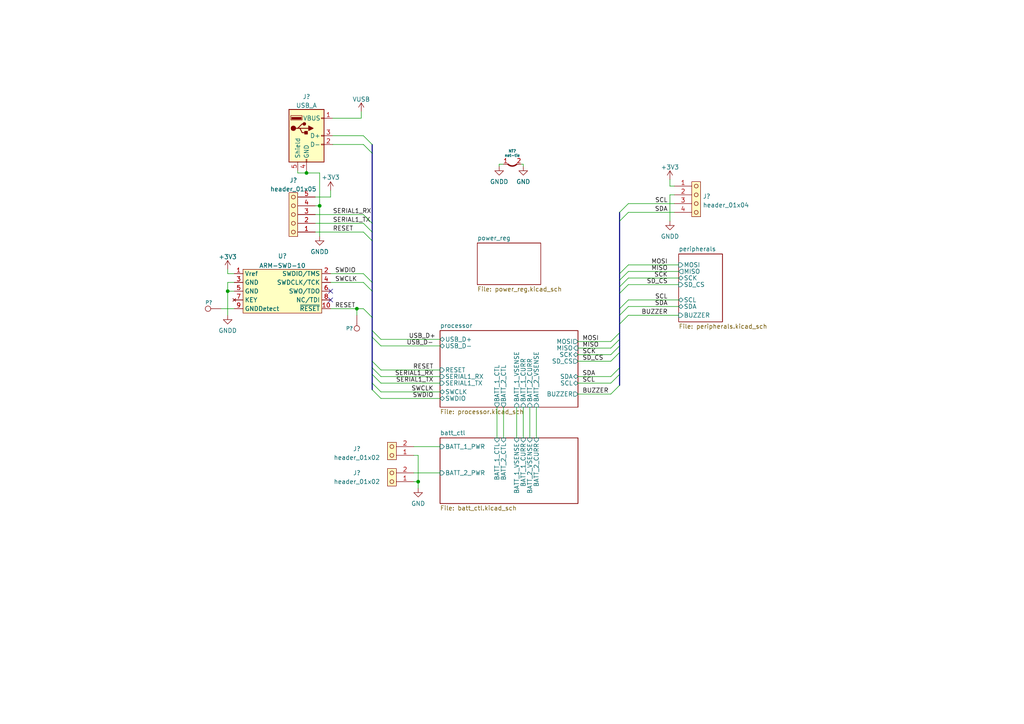
<source format=kicad_sch>
(kicad_sch (version 20211123) (generator eeschema)
  (paper "A4")
  (title_block (title "Onyx Unified Power Control Board") (date "2023-01-11") (rev "1.0") (company "Team Inspiration "))
  (lib_symbols
    (symbol "0.power-symbols:+3.3V" (power) (pin_names (offset 0))
      (property "Value" "+3.3V" (at 0 3.556 0))
      (symbol "+3.3V_0_1"
        (polyline (pts (xy -0.762 1.27) (xy 0 2.54)))
        (polyline (pts (xy 0 0) (xy 0 2.54)))
        (polyline (pts (xy 0 2.54) (xy 0.762 1.27)))
      )
      (symbol "+3.3V_1_1"
        (pin power_in line (at 0 0 90) (length 0) hide (name "+3V3") (number "1"))
      )
    )
    (symbol "0.power-symbols:GND" (power) (pin_names (offset 0))
      (property "Value" "GND" (at 0 -3.81 0))
      (symbol "GND_0_1"
        (polyline (pts (xy 0 0) (xy 0 -1.27) (xy 1.27 -1.27) (xy 0 -2.54) (xy -1.27 -1.27) (xy 0 -1.27)))
      )
      (symbol "GND_1_1"
        (pin power_in line (at 0 0 270) (length 0) hide (name "GND") (number "1"))
      )
    )
    (symbol "0.power-symbols:GNDD" (power) (pin_names (offset 0))
      (property "Value" "GNDD" (at 0 -3.81 0))
      (symbol "GNDD_0_1"
        (polyline (pts (xy 0 0) (xy 0 -1.27) (xy 1.27 -1.27) (xy 0 -2.54) (xy -1.27 -1.27) (xy 0 -1.27)))
      )
      (symbol "GNDD_1_1"
        (pin power_in line (at 0 0 270) (length 0) hide (name "GNDD") (number "1"))
      )
    )
    (symbol "0.power-symbols:VUSB" (power) (pin_names (offset 0))
      (property "Value" "VUSB" (at 0 3.556 0))
      (symbol "VUSB_0_1"
        (polyline (pts (xy -0.762 1.27) (xy 0 2.54)))
        (polyline (pts (xy 0 0) (xy 0 2.54)))
        (polyline (pts (xy 0 2.54) (xy 0.762 1.27)))
      )
      (symbol "VUSB_1_1"
        (pin power_in line (at 0 0 90) (length 0) hide (name "VUSB") (number "1"))
      )
    )
    (symbol "0.power-symbols:net-tie" (pin_names (offset 1.016))
      (property "Reference" "NT" (at 0 0 0))
      (property "Value" "net-tie" (at 0 0 0))
      (symbol "net-tie_0_1"
        (arc (start -1.27 -1.27) (mid 0 -1.7961) (end 1.27 -1.27) (stroke (width 0.4064)))
      )
      (symbol "net-tie_1_1"
        (pin passive line (at -2.54 -1.27 0) (length 1.2446) (name "~") (number "1"))
        (pin passive line (at 2.54 -1.27 180) (length 1.2446) (name "~") (number "2"))
      )
    )
    (symbol "5.connector.interconnect.usb_dvi_hdmi:ARM-SWD-10"
      (property "Reference" "U" (at -11.43 3.81 0))
      (property "Value" "ARM-SWD-10" (at -11.43 1.27 0))
      (symbol "ARM-SWD-10_0_1"
        (rectangle (start -11.43 0) (end 11.43 -12.7) (fill (type background)))
      )
      (symbol "ARM-SWD-10_1_1"
        (pin power_in line (at -13.97 -1.27 0) (length 2.54) (name "Vref") (number "1"))
        (pin open_collector line (at 13.97 -11.43 180) (length 2.54) (name "~{RESET}") (number "10"))
        (pin bidirectional line (at 13.97 -1.27 180) (length 2.54) (name "SWDIO/TMS") (number "2"))
        (pin power_in line (at -13.97 -3.81 0) (length 2.54) (name "GND") (number "3"))
        (pin output line (at 13.97 -3.81 180) (length 2.54) (name "SWDCLK/TCK") (number "4"))
        (pin passive line (at -13.97 -6.35 0) (length 2.54) (name "GND") (number "5"))
        (pin input line (at 13.97 -6.35 180) (length 2.54) (name "SWO/TDO") (number "6"))
        (pin no_connect line (at -13.97 -8.89 0) (length 2.54) (name "KEY") (number "7"))
        (pin output line (at 13.97 -8.89 180) (length 2.54) (name "NC/TDI") (number "8"))
        (pin passive line (at -13.97 -11.43 0) (length 2.54) (name "GNDDetect") (number "9"))
      )
    )
    (symbol "5.connector.interconnect.usb_dvi_hdmi:USB_A" (pin_names (offset 1.016))
      (property "Reference" "J" (at -5.08 11.43 0))
      (property "Value" "USB_A" (at -5.08 8.89 0))
      (symbol "USB_A_0_1"
        (rectangle (start -5.08 -7.62) (end 5.08 7.62) (stroke (width 0.254)) (fill (type background)))
        (circle (center -3.81 2.159) (radius 0.635) (stroke (width 0.254)) (fill (type outline)))
        (rectangle (start -1.524 4.826) (end -4.318 5.334) (fill (type outline)))
        (rectangle (start -1.27 4.572) (end -4.572 5.842))
        (circle (center -0.635 3.429) (radius 0.381) (stroke (width 0.254)) (fill (type outline)))
        (rectangle (start -0.127 -7.62) (end 0.127 -6.858))
        (polyline (pts (xy -3.175 2.159) (xy -2.54 2.159) (xy -1.27 3.429) (xy -0.635 3.429)) (stroke (width 0.254)))
        (polyline (pts (xy -2.54 2.159) (xy -1.905 2.159) (xy -1.27 0.889) (xy 0 0.889)) (stroke (width 0.254)))
        (polyline (pts (xy 0.635 2.794) (xy 0.635 1.524) (xy 1.905 2.159) (xy 0.635 2.794)) (stroke (width 0.254)) (fill (type outline)))
        (rectangle (start 0.254 1.27) (end -0.508 0.508) (stroke (width 0.254)) (fill (type outline)))
        (rectangle (start 5.08 -2.667) (end 4.318 -2.413))
        (rectangle (start 5.08 -0.127) (end 4.318 0.127))
        (rectangle (start 5.08 4.953) (end 4.318 5.207))
      )
      (symbol "USB_A_1_1"
        (polyline (pts (xy -1.905 2.159) (xy 0.635 2.159)) (stroke (width 0.254)))
        (pin power_in line (at 7.62 5.08 180) (length 2.54) (name "VBUS") (number "1"))
        (pin passive line (at 7.62 -2.54 180) (length 2.54) (name "D-") (number "2"))
        (pin passive line (at 7.62 0 180) (length 2.54) (name "D+") (number "3"))
        (pin power_in line (at 0 -10.16 90) (length 2.54) (name "GND") (number "4"))
        (pin passive line (at -2.54 -10.16 90) (length 2.54) (name "Shield") (number "5"))
      )
    )
    (symbol "5.connector.interconnect:CONN_1" (pin_numbers hide) (pin_names (offset 0.762) hide)
      (property "Reference" "P" (at 2.032 0 0))
      (symbol "CONN_1_0_1"
        (polyline (pts (xy -0.762 0) (xy -1.27 0)))
        (circle (center 0 0) (radius 0.7874))
      )
      (symbol "CONN_1_1_1"
        (pin passive line (at -3.81 0 0) (length 2.54) (name "1") (number "1"))
      )
    )
    (symbol "5.connector.interconnect:header_01x02" (pin_names (offset 1.016))
      (property "Reference" "J" (at 0 5.08 0))
      (property "Value" "header_01x02" (at 0 -2.54 0))
      (symbol "header_01x02_0_1"
        (circle (center 0 0) (radius 0.5588))
        (circle (center 0 2.54) (radius 0.5588))
        (rectangle (start 1.27 -1.27) (end -1.27 3.81) (fill (type background)))
      )
      (symbol "header_01x02_1_1"
        (pin passive line (at -6.35 2.54 0) (length 5.08) (name "~") (number "1"))
        (pin passive line (at -6.35 0 0) (length 5.08) (name "~") (number "2"))
      )
    )
    (symbol "5.connector.interconnect:header_01x04" (pin_names (offset 1.016))
      (property "Reference" "J" (at 0 6.35 0))
      (property "Value" "header_01x04" (at 0 -6.35 0))
      (symbol "header_01x04_0_1"
        (circle (center 0 -3.81) (radius 0.5588))
        (circle (center 0 -1.27) (radius 0.5588))
        (circle (center 0 1.27) (radius 0.5588))
        (circle (center 0 3.81) (radius 0.5588))
        (rectangle (start 1.27 -5.08) (end -1.27 5.08) (fill (type background)))
      )
      (symbol "header_01x04_1_1"
        (pin passive line (at -6.35 3.81 0) (length 5.08) (name "~") (number "1"))
        (pin passive line (at -6.35 1.27 0) (length 5.08) (name "~") (number "2"))
        (pin passive line (at -6.35 -1.27 0) (length 5.08) (name "~") (number "3"))
        (pin passive line (at -6.35 -3.81 0) (length 5.08) (name "~") (number "4"))
      )
    )
    (symbol "5.connector.interconnect:header_01x05" (pin_names (offset 1.016))
      (property "Reference" "J" (at 0 7.62 0))
      (property "Value" "header_01x05" (at 0 -7.62 0))
      (symbol "header_01x05_0_1"
        (circle (center 0 -5.08) (radius 0.5588))
        (circle (center 0 -2.54) (radius 0.5588))
        (circle (center 0 0) (radius 0.5588))
        (circle (center 0 2.54) (radius 0.5588))
        (circle (center 0 5.08) (radius 0.5588))
        (rectangle (start 1.27 -6.35) (end -1.27 6.35) (fill (type background)))
      )
      (symbol "header_01x05_1_1"
        (pin passive line (at -6.35 5.08 0) (length 5.08) (name "~") (number "1"))
        (pin passive line (at -6.35 2.54 0) (length 5.08) (name "~") (number "2"))
        (pin passive line (at -6.35 0 0) (length 5.08) (name "~") (number "3"))
        (pin passive line (at -6.35 -2.54 0) (length 5.08) (name "~") (number "4"))
        (pin passive line (at -6.35 -5.08 0) (length 5.08) (name "~") (number "5"))
      )
    )
  )
  (junction (at 88.9 50.165))
  (junction (at 66.04 84.455))
  (junction (at 92.71 59.69))
  (junction (at 103.505 89.535))
  (junction (at 121.285 139.7))
  (no_connect (at 95.885 86.995))
  (no_connect (at 95.885 84.455))
  (bus_entry (at 182.245 76.835) (size -2.54 2.54))
  (bus_entry (at 182.245 80.645) (size -2.54 2.54))
  (bus_entry (at 105.41 67.31) (size 2.54 2.54))
  (bus_entry (at 177.165 111.125) (size 2.54 -2.54))
  (bus_entry (at 105.41 81.915) (size 2.54 2.54))
  (bus_entry (at 105.41 41.91) (size 2.54 2.54))
  (bus_entry (at 107.95 95.885) (size 2.54 2.54))
  (bus_entry (at 177.165 104.775) (size 2.54 -2.54))
  (bus_entry (at 105.41 79.375) (size 2.54 2.54))
  (bus_entry (at 182.245 88.9) (size -2.54 2.54))
  (bus_entry (at 105.41 62.23) (size 2.54 2.54))
  (bus_entry (at 182.245 59.055) (size -2.54 2.54))
  (bus_entry (at 177.165 100.965) (size 2.54 -2.54))
  (bus_entry (at 182.245 86.995) (size -2.54 2.54))
  (bus_entry (at 105.41 89.535) (size 2.54 2.54))
  (bus_entry (at 107.95 111.125) (size 2.54 2.54))
  (bus_entry (at 177.165 114.3) (size 2.54 -2.54))
  (bus_entry (at 107.95 113.03) (size 2.54 2.54))
  (bus_entry (at 182.245 78.74) (size -2.54 2.54))
  (bus_entry (at 177.165 102.87) (size 2.54 -2.54))
  (bus_entry (at 177.165 109.22) (size 2.54 -2.54))
  (bus_entry (at 107.95 106.68) (size 2.54 2.54))
  (bus_entry (at 107.95 97.79) (size 2.54 2.54))
  (bus_entry (at 182.245 82.55) (size -2.54 2.54))
  (bus_entry (at 107.95 104.775) (size 2.54 2.54))
  (bus_entry (at 105.41 64.77) (size 2.54 2.54))
  (bus_entry (at 177.165 99.06) (size 2.54 -2.54))
  (bus_entry (at 107.95 108.585) (size 2.54 2.54))
  (bus_entry (at 182.245 91.44) (size -2.54 2.54))
  (bus_entry (at 182.245 61.595) (size -2.54 2.54))
  (bus_entry (at 105.41 39.37) (size 2.54 2.54))
  (wire (pts (xy 151.765 48.26) (xy 151.765 47.625)))
  (wire (pts (xy 66.04 81.915) (xy 66.04 84.455)))
  (bus (pts (xy 107.95 108.585) (xy 107.95 111.125)))
  (wire (pts (xy 151.765 47.625) (xy 151.13 47.625)))
  (wire (pts (xy 95.885 81.915) (xy 105.41 81.915)))
  (wire (pts (xy 96.52 39.37) (xy 105.41 39.37)))
  (wire (pts (xy 155.575 118.11) (xy 155.575 127)))
  (bus (pts (xy 179.705 61.595) (xy 179.705 64.135)))
  (wire (pts (xy 182.245 88.9) (xy 196.85 88.9)))
  (bus (pts (xy 107.95 67.31) (xy 107.95 69.85)))
  (wire (pts (xy 194.31 53.975) (xy 195.58 53.975)))
  (wire (pts (xy 182.245 91.44) (xy 196.85 91.44)))
  (bus (pts (xy 107.95 84.455) (xy 107.95 92.075)))
  (bus (pts (xy 179.705 100.33) (xy 179.705 102.235)))
  (bus (pts (xy 179.705 93.98) (xy 179.705 96.52)))
  (bus (pts (xy 179.705 64.135) (xy 179.705 79.375)))
  (wire (pts (xy 66.04 84.455) (xy 67.945 84.455)))
  (bus (pts (xy 179.705 108.585) (xy 179.705 111.76)))
  (bus (pts (xy 107.95 97.79) (xy 107.95 104.775)))
  (bus (pts (xy 107.95 44.45) (xy 107.95 64.77)))
  (wire (pts (xy 103.505 89.535) (xy 105.41 89.535)))
  (wire (pts (xy 91.44 62.23) (xy 105.41 62.23)))
  (bus (pts (xy 107.95 95.885) (xy 107.95 97.79)))
  (wire (pts (xy 110.49 113.665) (xy 127.635 113.665)))
  (wire (pts (xy 66.04 81.915) (xy 67.945 81.915)))
  (wire (pts (xy 194.31 52.07) (xy 194.31 53.975)))
  (wire (pts (xy 194.31 56.515) (xy 195.58 56.515)))
  (wire (pts (xy 182.245 82.55) (xy 196.85 82.55)))
  (wire (pts (xy 144.78 47.625) (xy 144.78 48.26)))
  (wire (pts (xy 120.015 129.54) (xy 127.635 129.54)))
  (bus (pts (xy 107.95 69.85) (xy 107.95 81.915)))
  (wire (pts (xy 66.04 79.375) (xy 67.945 79.375)))
  (wire (pts (xy 92.71 50.165) (xy 92.71 59.69)))
  (wire (pts (xy 120.015 132.08) (xy 121.285 132.08)))
  (wire (pts (xy 182.245 61.595) (xy 195.58 61.595)))
  (wire (pts (xy 95.885 55.245) (xy 95.885 57.15)))
  (wire (pts (xy 121.285 132.08) (xy 121.285 139.7)))
  (wire (pts (xy 149.86 118.11) (xy 149.86 127)))
  (wire (pts (xy 110.49 107.315) (xy 127.635 107.315)))
  (wire (pts (xy 151.765 118.11) (xy 151.765 127)))
  (bus (pts (xy 107.95 111.125) (xy 107.95 113.03)))
  (wire (pts (xy 95.885 79.375) (xy 105.41 79.375)))
  (wire (pts (xy 194.31 64.135) (xy 194.31 56.515)))
  (bus (pts (xy 179.705 91.44) (xy 179.705 89.535)))
  (bus (pts (xy 107.95 104.775) (xy 107.95 106.68)))
  (wire (pts (xy 110.49 111.125) (xy 127.635 111.125)))
  (wire (pts (xy 153.67 118.11) (xy 153.67 127)))
  (wire (pts (xy 167.64 114.3) (xy 177.165 114.3)))
  (bus (pts (xy 179.705 98.425) (xy 179.705 100.33)))
  (wire (pts (xy 121.285 139.7) (xy 121.285 141.605)))
  (wire (pts (xy 88.9 50.165) (xy 88.9 49.53)))
  (bus (pts (xy 107.95 64.77) (xy 107.95 67.31)))
  (wire (pts (xy 91.44 64.77) (xy 105.41 64.77)))
  (wire (pts (xy 66.04 78.105) (xy 66.04 79.375)))
  (wire (pts (xy 95.885 89.535) (xy 103.505 89.535)))
  (wire (pts (xy 110.49 115.57) (xy 127.635 115.57)))
  (wire (pts (xy 167.64 104.775) (xy 177.165 104.775)))
  (wire (pts (xy 146.05 47.625) (xy 144.78 47.625)))
  (wire (pts (xy 182.245 86.995) (xy 196.85 86.995)))
  (wire (pts (xy 91.44 59.69) (xy 92.71 59.69)))
  (bus (pts (xy 179.705 96.52) (xy 179.705 98.425)))
  (wire (pts (xy 86.36 49.53) (xy 86.36 50.165)))
  (wire (pts (xy 146.05 118.11) (xy 146.05 127)))
  (wire (pts (xy 167.64 100.965) (xy 177.165 100.965)))
  (wire (pts (xy 110.49 109.22) (xy 127.635 109.22)))
  (wire (pts (xy 92.71 59.69) (xy 92.71 68.58)))
  (wire (pts (xy 110.49 100.33) (xy 127.635 100.33)))
  (wire (pts (xy 182.245 76.835) (xy 196.85 76.835)))
  (wire (pts (xy 167.64 102.87) (xy 177.165 102.87)))
  (bus (pts (xy 107.95 81.915) (xy 107.95 84.455)))
  (wire (pts (xy 64.135 89.535) (xy 67.945 89.535)))
  (bus (pts (xy 179.705 85.09) (xy 179.705 83.185)))
  (wire (pts (xy 167.64 111.125) (xy 177.165 111.125)))
  (wire (pts (xy 96.52 41.91) (xy 105.41 41.91)))
  (wire (pts (xy 95.885 57.15) (xy 91.44 57.15)))
  (wire (pts (xy 182.245 80.645) (xy 196.85 80.645)))
  (wire (pts (xy 103.505 89.535) (xy 103.505 91.44)))
  (wire (pts (xy 120.015 137.16) (xy 127.635 137.16)))
  (bus (pts (xy 179.705 83.185) (xy 179.705 81.28)))
  (bus (pts (xy 179.705 102.235) (xy 179.705 106.68)))
  (wire (pts (xy 167.64 99.06) (xy 177.165 99.06)))
  (bus (pts (xy 179.705 106.68) (xy 179.705 108.585)))
  (bus (pts (xy 107.95 106.68) (xy 107.95 108.585)))
  (bus (pts (xy 179.705 91.44) (xy 179.705 93.98)))
  (wire (pts (xy 120.015 139.7) (xy 121.285 139.7)))
  (wire (pts (xy 91.44 67.31) (xy 105.41 67.31)))
  (bus (pts (xy 107.95 92.075) (xy 107.95 95.885)))
  (wire (pts (xy 182.245 78.74) (xy 196.85 78.74)))
  (wire (pts (xy 88.9 50.165) (xy 92.71 50.165)))
  (bus (pts (xy 179.705 85.09) (xy 179.705 89.535)))
  (bus (pts (xy 179.705 81.28) (xy 179.705 79.375)))
  (wire (pts (xy 144.145 118.11) (xy 144.145 127)))
  (wire (pts (xy 86.36 50.165) (xy 88.9 50.165)))
  (bus (pts (xy 107.95 41.91) (xy 107.95 44.45)))
  (wire (pts (xy 104.775 34.29) (xy 96.52 34.29)))
  (wire (pts (xy 104.775 32.385) (xy 104.775 34.29)))
  (wire (pts (xy 182.245 59.055) (xy 195.58 59.055)))
  (wire (pts (xy 110.49 98.425) (xy 127.635 98.425)))
  (wire (pts (xy 167.64 109.22) (xy 177.165 109.22)))
  (wire (pts (xy 66.04 84.455) (xy 66.04 91.44)))
  (label "SDA" (at 193.675 88.9 180))
  (label "SWCLK" (at 97.155 81.915 0))
  (label "SCK" (at 168.91 102.87 0))
  (label "SDA" (at 168.91 109.22 0))
  (label "MISO" (at 193.675 78.74 180))
  (label "SCL" (at 193.675 86.995 180))
  (label "SCL" (at 168.91 111.125 0))
  (label "BUZZER" (at 168.91 114.3 0))
  (label "SD_CS" (at 193.675 82.55 180))
  (label "RESET" (at 125.73 107.315 180))
  (label "BUZZER" (at 193.675 91.44 180))
  (label "USB_D+" (at 126.365 98.425 180))
  (label "RESET" (at 96.52 67.31 0))
  (label "SWCLK" (at 125.73 113.665 180))
  (label "MISO" (at 168.91 100.965 0))
  (label "MOSI" (at 193.675 76.835 180))
  (label "SWDIO" (at 125.73 115.57 180))
  (label "SCK" (at 193.675 80.645 180))
  (label "SERIAL1_TX" (at 96.52 64.77 0))
  (label "SERIAL1_TX" (at 125.73 111.125 180))
  (label "USB_D-" (at 125.73 100.33 180))
  (label "SERIAL1_RX" (at 96.52 62.23 0))
  (label "SDA" (at 193.675 61.595 180))
  (label "SCL" (at 193.675 59.055 180))
  (label "MOSI" (at 168.91 99.06 0))
  (label "SWDIO" (at 97.155 79.375 0))
  (label "SERIAL1_RX" (at 125.73 109.22 180))
  (label "RESET" (at 97.155 89.535 0))
  (label "SD_CS" (at 168.91 104.775 0))
  (symbol (lib_id "5.connector.interconnect:header_01x04") (at 201.93 57.785 0) (unit 1)
    (property "Reference" "J?" (at 203.835 56.9503 0) (effects (justify left)))
    (property "Value" "header_01x04" (at 203.835 59.4872 0) (effects (justify left)))
  )
  (symbol (lib_id "0.power-symbols:GNDD") (at 66.04 91.44 0) (mirror y) (unit 1)
    (property "Reference" "#PWR?" (effects hide))
    (property "Value" "GNDD" (at 66.04 95.8834 0))
  )
  (symbol (lib_id "0.power-symbols:GNDD") (at 144.78 48.26 0) (unit 1)
    (property "Reference" "#PWR?" (effects hide))
    (property "Value" "GNDD" (at 144.78 52.7034 0))
  )
  (symbol (lib_id "5.connector.interconnect:header_01x02") (at 113.665 129.54 180) (unit 1)
    (property "Reference" "J?" (at 103.505 130.1781 0))
    (property "Value" "header_01x02" (at 103.505 132.715 0))
  )
  (symbol (lib_id "0.power-symbols:+3.3V") (at 194.31 52.07 0) (unit 1)
    (property "Reference" "#PWR?" (effects hide))
    (property "Value" "+3.3V" (at 194.31 48.4942 0))
  )
  (symbol (lib_id "0.power-symbols:net-tie") (at 148.59 46.355 0) (unit 1)
    (property "Reference" "NT?" (at 148.59 43.815 0) (effects (font (size 0.7874 0.7874))))
    (property "Value" "net-tie" (at 148.59 45.085 0) (effects (font (size 0.7874 0.7874))))
  )
  (symbol (lib_id "0.power-symbols:VUSB") (at 104.775 32.385 0) (unit 1)
    (property "Reference" "#PWR?" (effects hide))
    (property "Value" "VUSB" (at 104.775 28.8092 0))
  )
  (symbol (lib_id "0.power-symbols:GNDD") (at 92.71 68.58 0) (mirror y) (unit 1)
    (property "Reference" "#PWR?" (effects hide))
    (property "Value" "GNDD" (at 92.71 73.0234 0))
  )
  (symbol (lib_id "0.power-symbols:GNDD") (at 194.31 64.135 0) (mirror y) (unit 1)
    (property "Reference" "#PWR?" (effects hide))
    (property "Value" "GNDD" (at 194.31 68.5784 0))
  )
  (symbol (lib_id "0.power-symbols:+3.3V") (at 66.04 78.105 0) (unit 1)
    (property "Reference" "#PWR?" (effects hide))
    (property "Value" "+3.3V" (at 66.04 74.5005 0))
  )
  (symbol (lib_id "0.power-symbols:GND") (at 121.285 141.605 0) (unit 1)
    (property "Reference" "#PWR?" (effects hide))
    (property "Value" "GND" (at 121.285 146.0484 0))
  )
  (symbol (lib_id "0.power-symbols:GND") (at 151.765 48.26 0) (unit 1)
    (property "Reference" "#PWR?" (effects hide))
    (property "Value" "GND" (at 151.765 52.7034 0))
  )
  (symbol (lib_id "5.connector.interconnect:CONN_1") (at 60.325 89.535 180) (unit 1)
    (property "Reference" "P?" (at 60.5663 87.7436 0) (effects (font (size 1.016 1.016))))
    (property "Value" "CONN_1" (effects hide))
    (property "Footprint" "5_Connectors_misc:header_01x01_tht" (effects hide))
  )
  (symbol (lib_id "5.connector.interconnect:header_01x02") (at 113.665 137.16 180) (unit 1)
    (property "Reference" "J?" (at 103.505 137.1631 0))
    (property "Value" "header_01x02" (at 103.505 139.7 0))
  )
  (symbol (lib_id "5.connector.interconnect:header_01x05") (at 85.09 62.23 180) (unit 1)
    (property "Reference" "J?" (at 85.09 52.3072 0))
    (property "Value" "header_01x05" (at 85.09 54.8441 0))
  )
  (symbol (lib_id "5.connector.interconnect.usb_dvi_hdmi:USB_A") (at 88.9 39.37 0) (unit 1)
    (property "Reference" "J?" (at 88.9 28.0502 0))
    (property "Value" "USB_A" (at 88.9 30.5871 0))
  )
  (symbol (lib_id "0.power-symbols:+3.3V") (at 95.885 55.245 0) (unit 1)
    (property "Reference" "#PWR?" (effects hide))
    (property "Value" "+3.3V" (at 95.885 51.435 0))
  )
  (symbol (lib_id "5.connector.interconnect:CONN_1") (at 103.505 95.25 270) (unit 1)
    (property "Reference" "P?" (at 100.33 95.25 90) (effects (font (size 1.016 1.016)) (justify left)))
    (property "Value" "CONN_1" (effects hide))
    (property "Footprint" "5_Connectors_misc:header_01x01_tht" (effects hide))
  )
  (symbol (lib_id "5.connector.interconnect.usb_dvi_hdmi:ARM-SWD-10") (at 81.915 78.105 0) (unit 1)
    (property "Reference" "U?" (at 81.915 74.2655 0))
    (property "Value" "ARM-SWD-10" (at 81.915 77.0406 0))
    (property "Footprint" "5_Connectors_misc:ARM-SWD-10" (effects hide))
    (property "Datasheet" "http://suddendocs.samtec.com/catalog_english/ftsh_smt.pdf" (effects hide))
    (property "Link" "https://www.digikey.com/en/products/detail/samtec-inc/FTSH-105-01-L-DV-K/1875039" (effects hide))
  )
  (sheet (at 127.635 127) (size 40.005 19.05) (stroke (width 0.1524))
    (property "Sheet name" "batt_ctl" (at 127.635 126.2884 0) (effects (justify left bottom)))
    (property "Sheet file" "batt_ctl.kicad_sch" (at 127.635 146.6346 0) (effects (justify left top)))
    (pin "BATT_1_PWR" input (at 127.635 129.54 180))
    (pin "BATT_2_PWR" input (at 127.635 137.16 180))
    (pin "BATT_2_VSENSE" input (at 153.67 127 90))
    (pin "BATT_1_VSENSE" input (at 149.86 127 90))
    (pin "BATT_1_CURR" input (at 151.765 127 90))
    (pin "BATT_1_CTL" input (at 144.145 127 90))
    (pin "BATT_2_CTL" input (at 146.05 127 90))
    (pin "BATT_2_CURR" input (at 155.575 127 90))
  )
  (sheet (at 138.43 70.485) (size 18.415 12.065) (stroke (width 0.1524))
    (property "Sheet name" "power_reg" (at 138.43 69.7734 0) (effects (justify left bottom)))
    (property "Sheet file" "power_reg.kicad_sch" (at 138.43 83.1346 0) (effects (justify left top)))
  )
  (sheet (at 127.635 95.885) (size 40.005 22.225) (stroke (width 0.1524))
    (property "Sheet name" "processor" (at 127.635 95.1734 0) (effects (justify left bottom)))
    (property "Sheet file" "processor.kicad_sch" (at 127.635 118.6946 0) (effects (justify left top)))
    (pin "RESET" input (at 127.635 107.315 180))
    (pin "BATT_2_CTL" output (at 146.05 118.11 270))
    (pin "BATT_1_CTL" output (at 144.145 118.11 270))
    (pin "USB_D-" bidirectional (at 127.635 100.33 180))
    (pin "SWDIO" bidirectional (at 127.635 115.57 180))
    (pin "USB_D+" bidirectional (at 127.635 98.425 180))
    (pin "SWCLK" bidirectional (at 127.635 113.665 180))
    (pin "SERIAL1_RX" input (at 127.635 109.22 180))
    (pin "SERIAL1_TX" input (at 127.635 111.125 180))
    (pin "BATT_1_VSENSE" input (at 149.86 118.11 270))
    (pin "BATT_1_CURR" input (at 151.765 118.11 270))
    (pin "BATT_2_VSENSE" input (at 155.575 118.11 270))
    (pin "BATT_2_CURR" input (at 153.67 118.11 270))
    (pin "MISO" input (at 167.64 100.965 0))
    (pin "SDA" bidirectional (at 167.64 109.22 0))
    (pin "SCL" bidirectional (at 167.64 111.125 0))
    (pin "MOSI" output (at 167.64 99.06 0))
    (pin "SCK" bidirectional (at 167.64 102.87 0))
    (pin "SD_CS" output (at 167.64 104.775 0))
    (pin "BUZZER" output (at 167.64 114.3 0))
  )
  (sheet (at 196.85 73.66) (size 12.7 19.685) (stroke (width 0.1524))
    (property "Sheet name" "peripherals" (at 196.85 72.9484 0) (effects (justify left bottom)))
    (property "Sheet file" "peripherals.kicad_sch" (at 196.85 93.9296 0) (effects (justify left top)))
    (pin "SDA" bidirectional (at 196.85 88.9 180))
    (pin "SCL" bidirectional (at 196.85 86.995 180))
    (pin "SCK" bidirectional (at 196.85 80.645 180))
    (pin "SD_CS" input (at 196.85 82.55 180))
    (pin "MOSI" input (at 196.85 76.835 180))
    (pin "MISO" output (at 196.85 78.74 180))
    (pin "BUZZER" input (at 196.85 91.44 180))
  )
)
</source>
